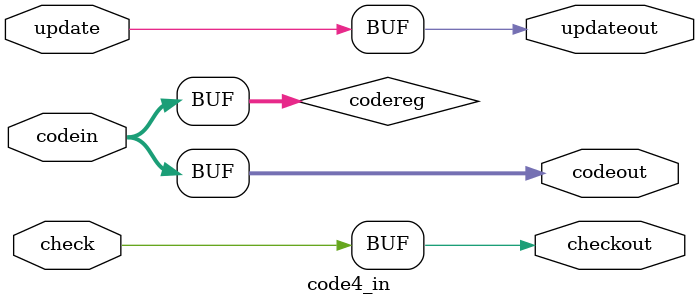
<source format=v>
`timescale 1ns / 1ps


module code4_in(
    input [3:0] codein,
    input check,
    input update,
    output [3:0] codeout,
    output checkout,
    output updateout
);
    reg [3:0] codereg;

    always @(codein)
        begin
            codereg = codein;
        end
    assign codeout=codereg;
    assign checkout=check;
    assign updateout=update;
endmodule : code4_in

</source>
